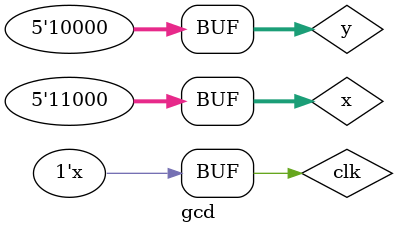
<source format=v>
`timescale 1ns / 1ps
`include "controlunit.v"
`include "datapath.v"

module gcd ();

reg [4:0] x,y;
wire [4:0] controlarr,zr,xr,yr;
reg clk,reset;
wire a,b,flag;


initial begin
        $dumpfile("gcd.vcd");
	$dumpvars(0, gcd);

	clk=0;
	x=24;
	y=16;
end

always #5 clk=~clk;

datapath temp (x,y, controlarr, xr,yr,zr,reset,clk,flag,a,b);
controlunit dummy (xr>0, xr>=yr,reset,clk, controlarr,a,b,flag);


endmodule

</source>
